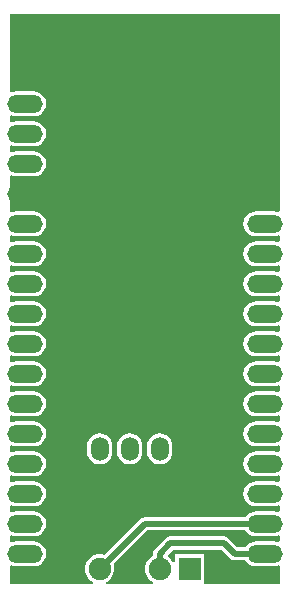
<source format=gtl>
G04*
G04 #@! TF.GenerationSoftware,Altium Limited,CircuitMaker,2.2.1 (2.2.1.6)*
G04*
G04 Layer_Physical_Order=1*
G04 Layer_Color=25308*
%FSLAX25Y25*%
%MOIN*%
G70*
G04*
G04 #@! TF.SameCoordinates,C44E2A56-7628-4A00-ACF1-40A52C7EA1B0*
G04*
G04*
G04 #@! TF.FilePolarity,Positive*
G04*
G01*
G75*
%ADD10C,0.01968*%
%ADD16O,0.06000X0.07874*%
%ADD17O,0.11811X0.06000*%
%ADD18C,0.07500*%
%ADD19R,0.07500X0.07500*%
%ADD20C,0.05000*%
G36*
X445000Y334108D02*
X444584Y333830D01*
X443997Y334073D01*
X442906Y334217D01*
X437094D01*
X436003Y334073D01*
X434986Y333652D01*
X434113Y332982D01*
X433442Y332109D01*
X433021Y331091D01*
X432877Y330000D01*
X433021Y328908D01*
X433442Y327891D01*
X434113Y327018D01*
X434986Y326348D01*
X436003Y325926D01*
X437094Y325783D01*
X442906D01*
X443997Y325926D01*
X444584Y326170D01*
X445000Y325892D01*
Y324108D01*
X444584Y323830D01*
X443997Y324074D01*
X442906Y324217D01*
X437094D01*
X436003Y324074D01*
X434986Y323652D01*
X434113Y322982D01*
X433442Y322109D01*
X433021Y321092D01*
X432877Y320000D01*
X433021Y318909D01*
X433442Y317891D01*
X434113Y317018D01*
X434986Y316348D01*
X436003Y315927D01*
X437094Y315783D01*
X442906D01*
X443997Y315927D01*
X444584Y316170D01*
X445000Y315892D01*
Y314108D01*
X444584Y313830D01*
X443997Y314073D01*
X442906Y314217D01*
X437094D01*
X436003Y314073D01*
X434986Y313652D01*
X434113Y312982D01*
X433442Y312109D01*
X433021Y311091D01*
X432877Y310000D01*
X433021Y308909D01*
X433442Y307891D01*
X434113Y307018D01*
X434986Y306348D01*
X436003Y305926D01*
X437094Y305783D01*
X442906D01*
X443997Y305926D01*
X444584Y306170D01*
X445000Y305892D01*
Y304108D01*
X444584Y303830D01*
X443997Y304074D01*
X442906Y304217D01*
X437094D01*
X436003Y304074D01*
X434986Y303652D01*
X434113Y302982D01*
X433442Y302109D01*
X433021Y301092D01*
X432877Y300000D01*
X433021Y298908D01*
X433442Y297891D01*
X434113Y297018D01*
X434986Y296348D01*
X436003Y295926D01*
X437094Y295783D01*
X442906D01*
X443997Y295926D01*
X444584Y296170D01*
X445000Y295892D01*
Y294108D01*
X444584Y293830D01*
X443997Y294074D01*
X442906Y294217D01*
X437094D01*
X436003Y294074D01*
X434986Y293652D01*
X434113Y292982D01*
X433442Y292109D01*
X433021Y291091D01*
X432877Y290000D01*
X433021Y288909D01*
X433442Y287891D01*
X434113Y287018D01*
X434986Y286348D01*
X436003Y285927D01*
X437094Y285783D01*
X442906D01*
X443997Y285927D01*
X444584Y286170D01*
X445000Y285892D01*
Y284108D01*
X444584Y283830D01*
X443997Y284073D01*
X442906Y284217D01*
X437094D01*
X436003Y284073D01*
X434986Y283652D01*
X434113Y282982D01*
X433442Y282109D01*
X433021Y281091D01*
X432877Y280000D01*
X433021Y278908D01*
X433442Y277891D01*
X434113Y277018D01*
X434986Y276348D01*
X436003Y275926D01*
X437094Y275783D01*
X442906D01*
X443997Y275926D01*
X444584Y276170D01*
X445000Y275892D01*
Y274108D01*
X444584Y273830D01*
X443997Y274074D01*
X442906Y274217D01*
X437094D01*
X436003Y274074D01*
X434986Y273652D01*
X434113Y272982D01*
X433442Y272109D01*
X433021Y271092D01*
X432877Y270000D01*
X433021Y268909D01*
X433442Y267891D01*
X434113Y267018D01*
X434986Y266348D01*
X436003Y265927D01*
X437094Y265783D01*
X442906D01*
X443997Y265927D01*
X444584Y266170D01*
X445000Y265892D01*
Y264108D01*
X444584Y263830D01*
X443997Y264073D01*
X442906Y264217D01*
X437094D01*
X436003Y264073D01*
X434986Y263652D01*
X434113Y262982D01*
X433442Y262109D01*
X433021Y261091D01*
X432877Y260000D01*
X433021Y258909D01*
X433442Y257891D01*
X434113Y257018D01*
X434986Y256348D01*
X436003Y255926D01*
X437094Y255783D01*
X442906D01*
X443997Y255926D01*
X444584Y256170D01*
X445000Y255892D01*
Y254108D01*
X444584Y253830D01*
X443997Y254074D01*
X442906Y254217D01*
X437094D01*
X436003Y254074D01*
X434986Y253652D01*
X434113Y252982D01*
X433442Y252109D01*
X433021Y251092D01*
X432877Y250000D01*
X433021Y248908D01*
X433442Y247891D01*
X434113Y247018D01*
X434986Y246348D01*
X436003Y245926D01*
X437094Y245783D01*
X442906D01*
X443997Y245926D01*
X444584Y246170D01*
X445000Y245892D01*
Y244108D01*
X444584Y243830D01*
X443997Y244074D01*
X442906Y244217D01*
X437094D01*
X436003Y244074D01*
X434986Y243652D01*
X434113Y242982D01*
X433442Y242109D01*
X433021Y241091D01*
X432877Y240000D01*
X433021Y238909D01*
X433442Y237891D01*
X434113Y237018D01*
X434986Y236348D01*
X436003Y235927D01*
X437094Y235783D01*
X442906D01*
X443997Y235927D01*
X444584Y236170D01*
X445000Y235892D01*
Y234108D01*
X444584Y233830D01*
X443997Y234073D01*
X442906Y234217D01*
X437094D01*
X436003Y234073D01*
X434986Y233652D01*
X434113Y232982D01*
X433518Y232208D01*
X400000D01*
X399155Y232040D01*
X398439Y231561D01*
X386564Y219686D01*
X385649Y219931D01*
X384351D01*
X383097Y219595D01*
X381972Y218946D01*
X381054Y218028D01*
X380405Y216903D01*
X380069Y215649D01*
Y214351D01*
X380405Y213097D01*
X381054Y211972D01*
X381972Y211054D01*
X382932Y210500D01*
X382798Y210000D01*
X355000D01*
Y215892D01*
X355416Y216170D01*
X356003Y215927D01*
X357095Y215783D01*
X362906D01*
X363997Y215927D01*
X365014Y216348D01*
X365887Y217018D01*
X366558Y217891D01*
X366979Y218909D01*
X367123Y220000D01*
X366979Y221092D01*
X366558Y222109D01*
X365887Y222982D01*
X365014Y223652D01*
X363997Y224074D01*
X362906Y224217D01*
X357095D01*
X356003Y224074D01*
X355416Y223830D01*
X355000Y224108D01*
Y225892D01*
X355416Y226170D01*
X356003Y225926D01*
X357095Y225783D01*
X362906D01*
X363997Y225926D01*
X365014Y226348D01*
X365887Y227018D01*
X366558Y227891D01*
X366979Y228908D01*
X367123Y230000D01*
X366979Y231091D01*
X366558Y232109D01*
X365887Y232982D01*
X365014Y233652D01*
X363997Y234073D01*
X362906Y234217D01*
X357095D01*
X356003Y234073D01*
X355416Y233830D01*
X355000Y234108D01*
Y235892D01*
X355416Y236170D01*
X356003Y235927D01*
X357095Y235783D01*
X362906D01*
X363997Y235927D01*
X365014Y236348D01*
X365887Y237018D01*
X366558Y237891D01*
X366979Y238909D01*
X367123Y240000D01*
X366979Y241091D01*
X366558Y242109D01*
X365887Y242982D01*
X365014Y243652D01*
X363997Y244074D01*
X362906Y244217D01*
X357095D01*
X356003Y244074D01*
X355416Y243830D01*
X355000Y244108D01*
Y245892D01*
X355416Y246170D01*
X356003Y245926D01*
X357095Y245783D01*
X362906D01*
X363997Y245926D01*
X365014Y246348D01*
X365887Y247018D01*
X366558Y247891D01*
X366979Y248908D01*
X367123Y250000D01*
X366979Y251092D01*
X366558Y252109D01*
X365887Y252982D01*
X365014Y253652D01*
X363997Y254074D01*
X362906Y254217D01*
X357095D01*
X356003Y254074D01*
X355416Y253830D01*
X355000Y254108D01*
Y255892D01*
X355416Y256170D01*
X356003Y255926D01*
X357095Y255783D01*
X362906D01*
X363997Y255926D01*
X365014Y256348D01*
X365887Y257018D01*
X366558Y257891D01*
X366979Y258909D01*
X367123Y260000D01*
X366979Y261091D01*
X366558Y262109D01*
X365887Y262982D01*
X365014Y263652D01*
X363997Y264073D01*
X362906Y264217D01*
X357095D01*
X356003Y264073D01*
X355416Y263830D01*
X355000Y264108D01*
Y265892D01*
X355416Y266170D01*
X356003Y265927D01*
X357095Y265783D01*
X362906D01*
X363997Y265927D01*
X365014Y266348D01*
X365887Y267018D01*
X366558Y267891D01*
X366979Y268909D01*
X367123Y270000D01*
X366979Y271092D01*
X366558Y272109D01*
X365887Y272982D01*
X365014Y273652D01*
X363997Y274074D01*
X362906Y274217D01*
X357095D01*
X356003Y274074D01*
X355416Y273830D01*
X355000Y274108D01*
Y275892D01*
X355416Y276170D01*
X356003Y275926D01*
X357095Y275783D01*
X362906D01*
X363997Y275926D01*
X365014Y276348D01*
X365887Y277018D01*
X366558Y277891D01*
X366979Y278908D01*
X367123Y280000D01*
X366979Y281091D01*
X366558Y282109D01*
X365887Y282982D01*
X365014Y283652D01*
X363997Y284073D01*
X362906Y284217D01*
X357095D01*
X356003Y284073D01*
X355416Y283830D01*
X355000Y284108D01*
Y285892D01*
X355416Y286170D01*
X356003Y285927D01*
X357095Y285783D01*
X362906D01*
X363997Y285927D01*
X365014Y286348D01*
X365887Y287018D01*
X366558Y287891D01*
X366979Y288909D01*
X367123Y290000D01*
X366979Y291091D01*
X366558Y292109D01*
X365887Y292982D01*
X365014Y293652D01*
X363997Y294074D01*
X362906Y294217D01*
X357095D01*
X356003Y294074D01*
X355416Y293830D01*
X355000Y294108D01*
Y295892D01*
X355416Y296170D01*
X356003Y295926D01*
X357095Y295783D01*
X362906D01*
X363997Y295926D01*
X365014Y296348D01*
X365887Y297018D01*
X366558Y297891D01*
X366979Y298908D01*
X367123Y300000D01*
X366979Y301092D01*
X366558Y302109D01*
X365887Y302982D01*
X365014Y303652D01*
X363997Y304074D01*
X362906Y304217D01*
X357095D01*
X356003Y304074D01*
X355416Y303830D01*
X355000Y304108D01*
Y305892D01*
X355416Y306170D01*
X356003Y305926D01*
X357095Y305783D01*
X362906D01*
X363997Y305926D01*
X365014Y306348D01*
X365887Y307018D01*
X366558Y307891D01*
X366979Y308909D01*
X367123Y310000D01*
X366979Y311091D01*
X366558Y312109D01*
X365887Y312982D01*
X365014Y313652D01*
X363997Y314073D01*
X362906Y314217D01*
X357095D01*
X356003Y314073D01*
X355416Y313830D01*
X355000Y314108D01*
Y315892D01*
X355416Y316170D01*
X356003Y315927D01*
X357095Y315783D01*
X362906D01*
X363997Y315927D01*
X365014Y316348D01*
X365887Y317018D01*
X366558Y317891D01*
X366979Y318909D01*
X367123Y320000D01*
X366979Y321092D01*
X366558Y322109D01*
X365887Y322982D01*
X365014Y323652D01*
X363997Y324074D01*
X362906Y324217D01*
X357095D01*
X356003Y324074D01*
X355416Y323830D01*
X355000Y324108D01*
Y325892D01*
X355416Y326170D01*
X356003Y325926D01*
X357095Y325783D01*
X362906D01*
X363997Y325926D01*
X365014Y326348D01*
X365887Y327018D01*
X366558Y327891D01*
X366979Y328908D01*
X367123Y330000D01*
X366979Y331091D01*
X366558Y332109D01*
X365887Y332982D01*
X365014Y333652D01*
X363997Y334073D01*
X362906Y334217D01*
X357095D01*
X356003Y334073D01*
X355416Y333830D01*
X355000Y334108D01*
Y345892D01*
X355416Y346170D01*
X356003Y345926D01*
X357095Y345783D01*
X362906D01*
X363997Y345926D01*
X365014Y346348D01*
X365887Y347018D01*
X366558Y347891D01*
X366979Y348908D01*
X367123Y350000D01*
X366979Y351092D01*
X366558Y352109D01*
X365887Y352982D01*
X365014Y353652D01*
X363997Y354074D01*
X362906Y354217D01*
X357095D01*
X356003Y354074D01*
X355416Y353830D01*
X355000Y354108D01*
Y355892D01*
X355416Y356170D01*
X356003Y355926D01*
X357095Y355783D01*
X362906D01*
X363997Y355926D01*
X365014Y356348D01*
X365887Y357018D01*
X366558Y357891D01*
X366979Y358909D01*
X367123Y360000D01*
X366979Y361091D01*
X366558Y362109D01*
X365887Y362982D01*
X365014Y363652D01*
X363997Y364073D01*
X362906Y364217D01*
X357095D01*
X356003Y364073D01*
X355416Y363830D01*
X355000Y364108D01*
Y365892D01*
X355416Y366170D01*
X356003Y365927D01*
X357095Y365783D01*
X362906D01*
X363997Y365927D01*
X365014Y366348D01*
X365887Y367018D01*
X366558Y367891D01*
X366979Y368909D01*
X367123Y370000D01*
X366979Y371092D01*
X366558Y372109D01*
X365887Y372982D01*
X365014Y373652D01*
X363997Y374074D01*
X362906Y374217D01*
X357095D01*
X356003Y374074D01*
X355416Y373830D01*
X355000Y374108D01*
Y400000D01*
X445000D01*
Y334108D01*
D02*
G37*
G36*
X434113Y227018D02*
X434986Y226348D01*
X436003Y225926D01*
X437094Y225783D01*
X442906D01*
X443997Y225926D01*
X444584Y226170D01*
X445000Y225892D01*
Y224108D01*
X444584Y223830D01*
X443997Y224074D01*
X442906Y224217D01*
X437094D01*
X436003Y224074D01*
X434986Y223652D01*
X434113Y222982D01*
X433518Y222208D01*
X430914D01*
X427939Y225183D01*
X427223Y225662D01*
X426378Y225830D01*
X408622D01*
X407777Y225662D01*
X407061Y225183D01*
X403439Y221561D01*
X402960Y220845D01*
X402792Y220000D01*
Y219419D01*
X401972Y218946D01*
X401054Y218028D01*
X400405Y216903D01*
X400069Y215649D01*
Y214351D01*
X400405Y213097D01*
X401054Y211972D01*
X401972Y211054D01*
X402932Y210500D01*
X402798Y210000D01*
X387202D01*
X387068Y210500D01*
X388028Y211054D01*
X388946Y211972D01*
X389595Y213097D01*
X389931Y214351D01*
Y215649D01*
X389686Y216564D01*
X400914Y227792D01*
X433518D01*
X434113Y227018D01*
D02*
G37*
G36*
X428439Y218439D02*
X429155Y217960D01*
X430000Y217792D01*
X433518D01*
X434113Y217018D01*
X434986Y216348D01*
X436003Y215927D01*
X437094Y215783D01*
X442906D01*
X443997Y215927D01*
X444584Y216170D01*
X445000Y215892D01*
Y210000D01*
X420403D01*
X419931Y210069D01*
X419931Y210500D01*
Y219931D01*
X410069D01*
Y217215D01*
X410005Y217177D01*
X409339Y217347D01*
X408946Y218028D01*
X408028Y218946D01*
X407775Y219092D01*
X407710Y219587D01*
X409537Y221414D01*
X425463D01*
X428439Y218439D01*
D02*
G37*
%LPC*%
G36*
X405000Y260154D02*
X403908Y260011D01*
X402891Y259589D01*
X402018Y258919D01*
X401348Y258046D01*
X400926Y257029D01*
X400783Y255937D01*
Y254063D01*
X400926Y252972D01*
X401348Y251954D01*
X402018Y251081D01*
X402891Y250411D01*
X403908Y249990D01*
X405000Y249846D01*
X406091Y249990D01*
X407109Y250411D01*
X407982Y251081D01*
X408652Y251954D01*
X409073Y252972D01*
X409217Y254063D01*
Y255937D01*
X409073Y257029D01*
X408652Y258046D01*
X407982Y258919D01*
X407109Y259589D01*
X406091Y260011D01*
X405000Y260154D01*
D02*
G37*
G36*
X395000D02*
X393909Y260011D01*
X392891Y259589D01*
X392018Y258919D01*
X391348Y258046D01*
X390927Y257029D01*
X390783Y255937D01*
Y254063D01*
X390927Y252972D01*
X391348Y251954D01*
X392018Y251081D01*
X392891Y250411D01*
X393909Y249990D01*
X395000Y249846D01*
X396092Y249990D01*
X397109Y250411D01*
X397982Y251081D01*
X398652Y251954D01*
X399074Y252972D01*
X399217Y254063D01*
Y255937D01*
X399074Y257029D01*
X398652Y258046D01*
X397982Y258919D01*
X397109Y259589D01*
X396092Y260011D01*
X395000Y260154D01*
D02*
G37*
G36*
X385000D02*
X383909Y260011D01*
X382891Y259589D01*
X382018Y258919D01*
X381348Y258046D01*
X380926Y257029D01*
X380783Y255937D01*
Y254063D01*
X380926Y252972D01*
X381348Y251954D01*
X382018Y251081D01*
X382891Y250411D01*
X383909Y249990D01*
X385000Y249846D01*
X386091Y249990D01*
X387109Y250411D01*
X387982Y251081D01*
X388652Y251954D01*
X389073Y252972D01*
X389217Y254063D01*
Y255937D01*
X389073Y257029D01*
X388652Y258046D01*
X387982Y258919D01*
X387109Y259589D01*
X386091Y260011D01*
X385000Y260154D01*
D02*
G37*
%LPD*%
D10*
X426378Y223622D02*
X430000Y220000D01*
X408622Y223622D02*
X426378D01*
X405000Y220000D02*
X408622Y223622D01*
X405000Y215000D02*
Y220000D01*
X430000D02*
X440000D01*
X385000Y215000D02*
X400000Y230000D01*
X440000D01*
D16*
X415000Y255000D02*
D03*
X405000D02*
D03*
X395000D02*
D03*
X385000D02*
D03*
D17*
X440000Y330000D02*
D03*
Y320000D02*
D03*
Y310000D02*
D03*
Y300000D02*
D03*
Y290000D02*
D03*
Y280000D02*
D03*
Y270000D02*
D03*
Y260000D02*
D03*
Y250000D02*
D03*
Y240000D02*
D03*
Y230000D02*
D03*
Y220000D02*
D03*
X360000D02*
D03*
Y230000D02*
D03*
Y240000D02*
D03*
Y250000D02*
D03*
Y260000D02*
D03*
Y270000D02*
D03*
Y280000D02*
D03*
Y290000D02*
D03*
Y300000D02*
D03*
Y310000D02*
D03*
Y320000D02*
D03*
Y330000D02*
D03*
Y340000D02*
D03*
Y350000D02*
D03*
Y360000D02*
D03*
Y370000D02*
D03*
D18*
X385000Y215000D02*
D03*
X395000D02*
D03*
X405000D02*
D03*
D19*
X415000D02*
D03*
D20*
X414370Y289370D02*
D03*
X387795Y233268D02*
D03*
X414173Y337402D02*
D03*
X397638Y268701D02*
D03*
X377946Y277740D02*
D03*
X371355Y215741D02*
D03*
X425000Y215000D02*
D03*
X435000Y345000D02*
D03*
X391339Y322047D02*
D03*
X430000Y380000D02*
D03*
X374016Y379921D02*
D03*
M02*

</source>
